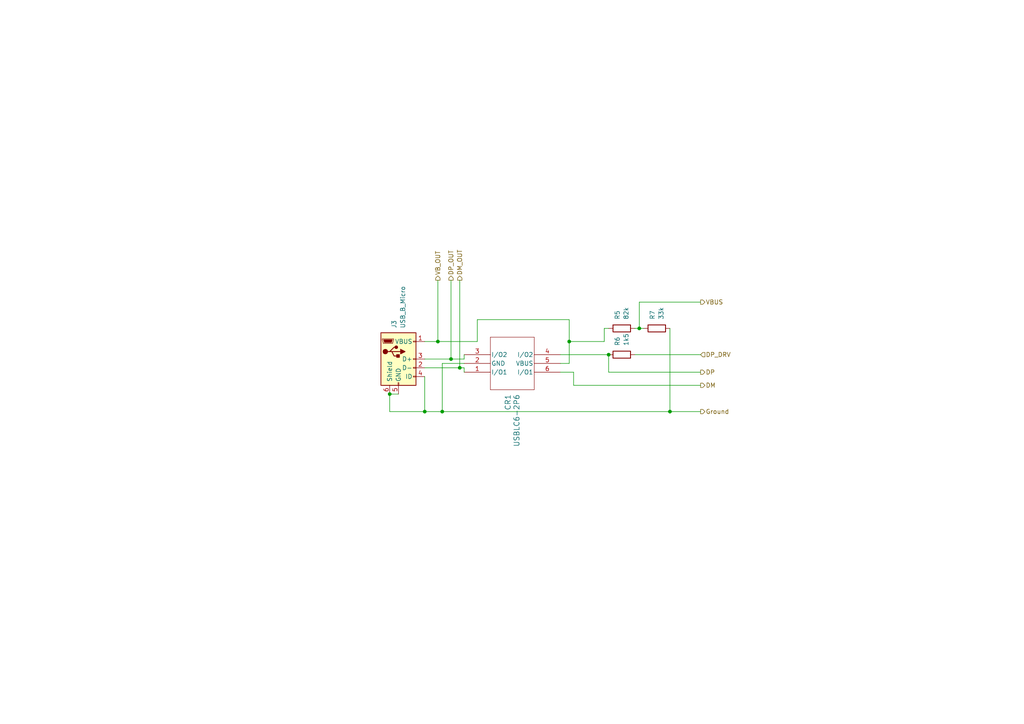
<source format=kicad_sch>
(kicad_sch (version 20230121) (generator eeschema)
  (paper "A4")
  (lib_symbols
    (symbol "Connector:USB_B_Micro" (pin_names (offset 1.016))
      (property "Reference" "J1" (at -1.27 8.89 90))
      (property "Value" "USB_B_Micro" (at 1.27 8.89 90))
      (symbol "USB_B_Micro_0_1"
        (rectangle (start -5.08 -7.62) (end 5.08 7.62) (stroke (width 0.254)) (fill (type background)))
        (circle (center -3.81 2.159) (radius 0.635) (stroke (width 0.254)) (fill (type outline)))
        (circle (center -0.635 3.429) (radius 0.381) (stroke (width 0.254)) (fill (type outline)))
        (rectangle (start -0.127 -7.62) (end 0.127 -6.858))
        (polyline (pts (xy -1.905 2.159) (xy 0.635 2.159)) (stroke (width 0.254)))
        (polyline (pts (xy -3.175 2.159) (xy -2.54 2.159) (xy -1.27 3.429) (xy -0.635 3.429)) (stroke (width 0.254)))
        (polyline (pts (xy -2.54 2.159) (xy -1.905 2.159) (xy -1.27 0.889) (xy 0 0.889)) (stroke (width 0.254)))
        (polyline (pts (xy 0.635 2.794) (xy 0.635 1.524) (xy 1.905 2.159) (xy 0.635 2.794)) (stroke (width 0.254)) (fill (type outline)))
        (polyline (pts (xy -4.318 5.588) (xy -1.778 5.588) (xy -2.032 4.826) (xy -4.064 4.826) (xy -4.318 5.588)) (fill (type outline)))
        (polyline (pts (xy -4.699 5.842) (xy -4.699 5.588) (xy -4.445 4.826) (xy -4.445 4.572) (xy -1.651 4.572) (xy -1.651 4.826) (xy -1.397 5.588) (xy -1.397 5.842) (xy -4.699 5.842)))
        (rectangle (start 0.254 1.27) (end -0.508 0.508) (stroke (width 0.254)) (fill (type outline)))
        (rectangle (start 5.08 -5.207) (end 4.318 -4.953))
        (rectangle (start 5.08 -2.667) (end 4.318 -2.413))
        (rectangle (start 5.08 -0.127) (end 4.318 0.127))
        (rectangle (start 5.08 4.953) (end 4.318 5.207))
      )
      (symbol "USB_B_Micro_1_1"
        (pin power_out line (at 7.62 5.08 180) (length 2.54) (name "VBUS") (number "1"))
        (pin bidirectional line (at 7.62 -2.54 180) (length 2.54) (name "D-") (number "2"))
        (pin bidirectional line (at 7.62 0 180) (length 2.54) (name "D+") (number "3"))
        (pin passive line (at 7.62 -5.08 180) (length 2.54) (name "ID") (number "4"))
        (pin power_out line (at 0 -10.16 90) (length 2.54) (name "GND") (number "5"))
        (pin passive line (at -2.54 -10.16 90) (length 2.54) (name "Shield") (number "6"))
      )
    )
    (symbol "Device:R" (pin_numbers hide) (pin_names (offset 0))
      (property "Reference" "R" (at 2.032 0 90))
      (property "Value" "R" (at 0 0 90))
      (symbol "R_0_1"
        (rectangle (start -1.016 -2.54) (end 1.016 2.54) (stroke (width 0.254)))
      )
      (symbol "R_1_1"
        (pin passive line (at 0 3.81 270) (length 1.27) (name "~") (number "1"))
        (pin passive line (at 0 -3.81 90) (length 1.27) (name "~") (number "2"))
      )
    )
    (symbol "USBLC6:USBLC6-2P6" (pin_names (offset 0.254))
      (property "Reference" "CR" (at -1.27 12.7 0))
      (property "Value" "USBLC6-2P6" (at -1.27 10.16 0))
      (symbol "USBLC6-2P6_0_1"
        (polyline (pts (xy -6.35 -7.62) (xy 6.35 -7.62)) (stroke (width 0.127)))
        (polyline (pts (xy -6.35 7.62) (xy -6.35 -7.62)) (stroke (width 0.127)))
        (polyline (pts (xy 6.35 -7.62) (xy 6.35 7.62)) (stroke (width 0.127)))
        (polyline (pts (xy 6.35 7.62) (xy -6.35 7.62)) (stroke (width 0.127)))
        (pin bidirectional line (at -13.97 2.54 0) (length 7.62) (name "I/O1") (number "1"))
        (pin power_in line (at -13.97 0 0) (length 7.62) (name "GND") (number "2"))
        (pin bidirectional line (at -13.97 -2.54 0) (length 7.62) (name "I/O2") (number "3"))
        (pin bidirectional line (at 13.97 -2.54 180) (length 7.62) (name "I/O2") (number "4"))
        (pin power_in line (at 13.97 0 180) (length 7.62) (name "VBUS") (number "5"))
        (pin bidirectional line (at 13.97 2.54 180) (length 7.62) (name "I/O1") (number "6"))
      )
    )
  )
  (junction (at 165.1 99.06))
  (junction (at 130.81 104.14))
  (junction (at 113.03 114.3))
  (junction (at 127 99.06))
  (junction (at 185.42 95.25))
  (junction (at 176.53 102.87))
  (junction (at 123.19 119.38))
  (junction (at 128.27 119.38))
  (junction (at 133.35 106.68))
  (junction (at 194.31 119.38))
  (wire (pts (xy 123.19 119.38) (xy 128.27 119.38)))
  (wire (pts (xy 134.62 104.14) (xy 134.62 102.87)))
  (wire (pts (xy 123.19 106.68) (xy 133.35 106.68)))
  (wire (pts (xy 133.35 106.68) (xy 134.62 106.68)))
  (wire (pts (xy 185.42 95.25) (xy 186.69 95.25)))
  (wire (pts (xy 138.43 92.71) (xy 165.1 92.71)))
  (wire (pts (xy 165.1 105.41) (xy 165.1 99.06)))
  (wire (pts (xy 203.2 107.95) (xy 176.53 107.95)))
  (wire (pts (xy 175.26 95.25) (xy 175.26 99.06)))
  (wire (pts (xy 162.56 102.87) (xy 176.53 102.87)))
  (wire (pts (xy 184.15 95.25) (xy 185.42 95.25)))
  (wire (pts (xy 165.1 92.71) (xy 165.1 99.06)))
  (wire (pts (xy 162.56 107.95) (xy 166.37 107.95)))
  (wire (pts (xy 185.42 87.63) (xy 185.42 95.25)))
  (wire (pts (xy 138.43 99.06) (xy 138.43 92.71)))
  (wire (pts (xy 123.19 119.38) (xy 123.19 109.22)))
  (wire (pts (xy 166.37 107.95) (xy 166.37 111.76)))
  (wire (pts (xy 165.1 99.06) (xy 175.26 99.06)))
  (wire (pts (xy 133.35 81.28) (xy 133.35 106.68)))
  (wire (pts (xy 123.19 104.14) (xy 130.81 104.14)))
  (wire (pts (xy 127 99.06) (xy 138.43 99.06)))
  (wire (pts (xy 113.03 114.3) (xy 115.57 114.3)))
  (wire (pts (xy 203.2 87.63) (xy 185.42 87.63)))
  (wire (pts (xy 130.81 104.14) (xy 134.62 104.14)))
  (wire (pts (xy 128.27 105.41) (xy 128.27 119.38)))
  (wire (pts (xy 113.03 119.38) (xy 113.03 114.3)))
  (wire (pts (xy 113.03 119.38) (xy 123.19 119.38)))
  (wire (pts (xy 128.27 119.38) (xy 194.31 119.38)))
  (wire (pts (xy 194.31 95.25) (xy 194.31 119.38)))
  (wire (pts (xy 134.62 105.41) (xy 128.27 105.41)))
  (wire (pts (xy 184.15 102.87) (xy 203.2 102.87)))
  (wire (pts (xy 130.81 81.28) (xy 130.81 104.14)))
  (wire (pts (xy 127 81.28) (xy 127 99.06)))
  (wire (pts (xy 194.31 119.38) (xy 203.2 119.38)))
  (wire (pts (xy 134.62 106.68) (xy 134.62 107.95)))
  (wire (pts (xy 123.19 99.06) (xy 127 99.06)))
  (wire (pts (xy 175.26 95.25) (xy 176.53 95.25)))
  (wire (pts (xy 176.53 102.87) (xy 176.53 107.95)))
  (wire (pts (xy 166.37 111.76) (xy 203.2 111.76)))
  (wire (pts (xy 162.56 105.41) (xy 165.1 105.41)))
  (hierarchical_label "DM" (shape output) (at 203.2 111.76 0))
  (hierarchical_label "DP_OUT" (shape output) (at 130.81 81.28 90))
  (hierarchical_label "VB_OUT" (shape output) (at 127 81.28 90))
  (hierarchical_label "DM_OUT" (shape output) (at 133.35 81.28 90))
  (hierarchical_label "VBUS" (shape output) (at 203.2 87.63 0))
  (hierarchical_label "Ground" (shape output) (at 203.2 119.38 0))
  (hierarchical_label "DP_DRV" (shape input) (at 203.2 102.87 0))
  (hierarchical_label "DP" (shape output) (at 203.2 107.95 0))
  (symbol (lib_id "USBLC6:USBLC6-2P6") (at 148.59 105.41 0) (mirror x) (unit 1)
    (property "Reference" "CR1" (at 147.32 114.3 90) (effects (font (size 1.524 1.524)) (justify left)))
    (property "Value" "USBLC6-2P6" (at 149.86 114.3 90) (effects (font (size 1.524 1.524)) (justify left)))
    (property "Footprint" "SOT-666_STM" (effects hide))
    (property "Datasheet" "USBLC6-2P6" (effects hide))
  )
  (symbol (lib_id "Connector:USB_B_Micro") (at 115.57 104.14 0) (unit 1)
    (property "Reference" "J3" (at 114.3 95.25 90) (effects (justify left)))
    (property "Value" "USB_B_Micro" (at 116.84 95.25 90) (effects (justify left)))
    (property "Footprint" "Connector_USB:USB_Micro-B_Molex-105017-0001" (effects hide))
    (instances (project "torso" (path "" (reference "J3") (unit 1))) (project "shoulder" (path "" (reference "J1") (unit 1))))
  )
  (symbol (lib_id "Device:R") (at 180.34 102.87 90) (unit 1)
    (property "Reference" "R6" (at 179.07 100.33 0) (effects (justify left)))
    (property "Value" "1k5" (at 181.61 100.33 0) (effects (justify left)))
    (property "Footprint" "Resistor_SMD:R_0603_1608Metric_Pad0.98x0.95mm_HandSolder" (effects hide))
    (instances (project "torso" (path "" (reference "R6") (unit 1))) (project "shoulder" (path "" (reference "R3") (unit 1))))
  )
  (symbol (lib_id "Device:R") (at 180.34 95.25 90) (unit 1)
    (property "Reference" "R5" (at 179.07 92.71 0) (effects (justify left)))
    (property "Value" "82k" (at 181.61 92.71 0) (effects (justify left)))
    (property "Footprint" "Resistor_SMD:R_0603_1608Metric_Pad0.98x0.95mm_HandSolder" (effects hide))
    (instances (project "torso" (path "" (reference "R5") (unit 1))) (project "shoulder" (path "" (reference "R1") (unit 1))))
  )
  (symbol (lib_id "Device:R") (at 190.5 95.25 90) (unit 1)
    (property "Reference" "R7" (at 189.23 92.71 0) (effects (justify left)))
    (property "Value" "33k" (at 191.77 92.71 0) (effects (justify left)))
    (property "Footprint" "Resistor_SMD:R_0603_1608Metric_Pad0.98x0.95mm_HandSolder" (effects hide))
    (instances (project "torso" (path "" (reference "R7") (unit 1))) (project "shoulder" (path "" (reference "R2") (unit 1))))
  )
)
</source>
